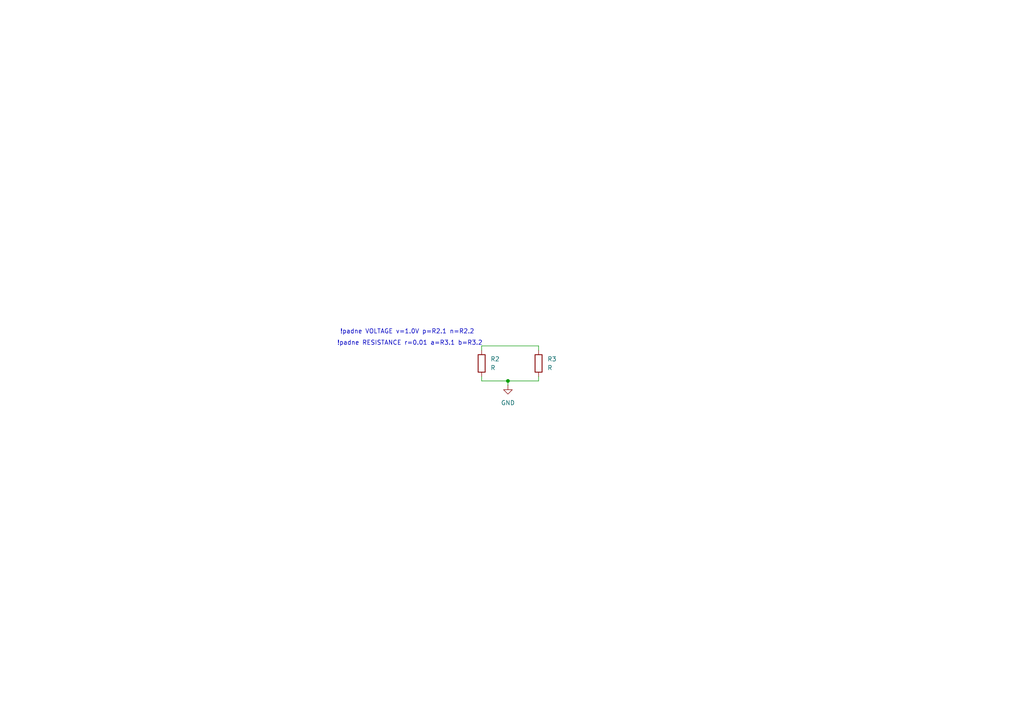
<source format=kicad_sch>
(kicad_sch (version 20231120) (generator "eeschema") (generator_version "8.0")
  (paper "A4")
  (lib_symbols
    (symbol "Device:R" (pin_numbers hide) (pin_names (offset 0))
      (property "Reference" "R" (at 2.032 0 90))
      (property "Value" "R" (at 0 0 90))
      (symbol "R_0_1"
        (rectangle (start -1.016 -2.54) (end 1.016 2.54) (stroke (width 0.254)))
      )
      (symbol "R_1_1"
        (pin passive line (at 0 3.81 270) (length 1.27) (name "~") (number "1"))
        (pin passive line (at 0 -3.81 90) (length 1.27) (name "~") (number "2"))
      )
    )
    (symbol "power:GND" (power) (pin_numbers hide) (pin_names (offset 0) hide)
      (property "Value" "GND" (at 0 -3.81 0))
      (symbol "GND_0_1"
        (polyline (pts (xy 0 0) (xy 0 -1.27) (xy 1.27 -1.27) (xy 0 -2.54) (xy -1.27 -1.27) (xy 0 -1.27)))
      )
      (symbol "GND_1_1"
        (pin power_in line (at 0 0 270) (length 0) (name "~") (number "1"))
      )
    )
  )
  (junction (at 147.32 110.49))
  (wire (pts (xy 156.21 100.33) (xy 156.21 101.6)))
  (wire (pts (xy 139.7 110.49) (xy 147.32 110.49)))
  (wire (pts (xy 139.7 110.49) (xy 139.7 109.22)))
  (wire (pts (xy 156.21 110.49) (xy 156.21 109.22)))
  (wire (pts (xy 147.32 110.49) (xy 147.32 111.76)))
  (wire (pts (xy 139.7 100.33) (xy 156.21 100.33)))
  (wire (pts (xy 147.32 110.49) (xy 156.21 110.49)))
  (wire (pts (xy 139.7 101.6) (xy 139.7 100.33)))
  (text "!padne VOLTAGE v=1.0V p=R2.1 n=R2.2" (at 118.11 96.266 0) (effects (font (size 1.27 1.27))))
  (text "!padne RESISTANCE r=0.01 a=R3.1 b=R3.2" (at 118.872 99.568 0) (effects (font (size 1.27 1.27))))
  (symbol (lib_id "Device:R") (at 139.7 105.41 0) (unit 1)
    (property "Reference" "R2" (at 142.24 104.1399 0) (effects (justify left)))
    (property "Value" "R" (at 142.24 106.6799 0) (effects (justify left)))
    (property "Footprint" "Resistor_SMD:R_0603_1608Metric" (effects (hide yes)))
    (property "Description" "Resistor" (effects (hide yes)))
  )
  (symbol (lib_id "Device:R") (at 156.21 105.41 0) (unit 1)
    (property "Reference" "R3" (at 158.75 104.1399 0) (effects (justify left)))
    (property "Value" "R" (at 158.75 106.6799 0) (effects (justify left)))
    (property "Footprint" "Resistor_SMD:R_0603_1608Metric" (effects (hide yes)))
    (property "Description" "Resistor" (effects (hide yes)))
  )
  (symbol (lib_id "power:GND") (at 147.32 111.76 0) (unit 1)
    (property "Reference" "#PWR01" (effects (hide yes)))
    (property "Value" "GND" (at 147.32 116.84 0))
    (property "Description" "Power symbol creates a global label with name \"GND\" , ground" (effects (hide yes)))
  )
)
</source>
